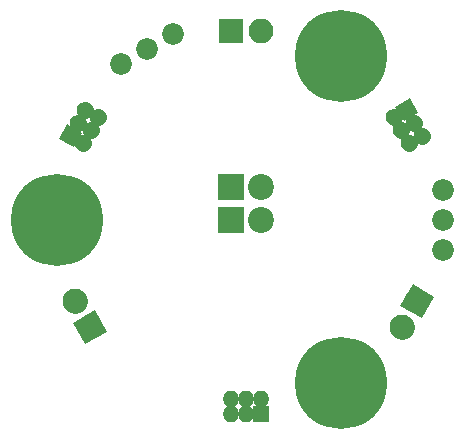
<source format=gts>
G04 #@! TF.GenerationSoftware,KiCad,Pcbnew,(5.0.0)*
G04 #@! TF.CreationDate,2019-02-03T16:55:31-08:00*
G04 #@! TF.ProjectId,mlab100_Conn_PCB_1.5,6D6C61623130305F436F6E6E5F504342,rev?*
G04 #@! TF.SameCoordinates,Original*
G04 #@! TF.FileFunction,Soldermask,Top*
G04 #@! TF.FilePolarity,Negative*
%FSLAX46Y46*%
G04 Gerber Fmt 4.6, Leading zero omitted, Abs format (unit mm)*
G04 Created by KiCad (PCBNEW (5.0.0)) date 02/03/19 16:55:31*
%MOMM*%
%LPD*%
G01*
G04 APERTURE LIST*
%ADD10C,1.400000*%
%ADD11C,1.400000*%
%ADD12C,0.100000*%
%ADD13C,1.840000*%
%ADD14C,2.200000*%
%ADD15R,2.200000X2.200000*%
%ADD16O,1.400000X1.400000*%
%ADD17R,1.400000X1.400000*%
%ADD18C,2.100000*%
%ADD19C,2.100000*%
%ADD20R,2.100000X2.100000*%
%ADD21O,2.100000X2.100000*%
%ADD22C,7.800000*%
G04 APERTURE END LIST*
D10*
G04 #@! TO.C,J10*
X33870148Y-14244705D03*
D11*
X33870148Y-14244705D02*
X33870148Y-14244705D01*
D10*
X34970000Y-13609705D03*
D11*
X34970000Y-13609705D02*
X34970000Y-13609705D01*
D10*
X33235148Y-13144852D03*
D11*
X33235148Y-13144852D02*
X33235148Y-13144852D01*
D10*
X34335000Y-12509852D03*
D11*
X34335000Y-12509852D02*
X34335000Y-12509852D01*
D10*
X32600148Y-12045000D03*
D11*
X32600148Y-12045000D02*
X32600148Y-12045000D01*
D10*
X33700000Y-11410000D03*
D12*
G36*
X33956218Y-10453782D02*
X34656218Y-11666218D01*
X33443782Y-12366218D01*
X32743782Y-11153782D01*
X33956218Y-10453782D01*
X33956218Y-10453782D01*
G37*
G04 #@! TD*
D13*
G04 #@! TO.C,RV1*
X36780000Y-23270000D03*
X36780000Y-20730000D03*
X36780000Y-18190000D03*
G04 #@! TD*
G04 #@! TO.C,RV2*
X9510000Y-7560000D03*
X11709705Y-6290000D03*
X13909409Y-5020000D03*
G04 #@! TD*
D14*
G04 #@! TO.C,D13*
X21370000Y-20730000D03*
D15*
X18830000Y-20730000D03*
G04 #@! TD*
D14*
G04 #@! TO.C,D14*
X21370000Y-17936000D03*
D15*
X18830000Y-17936000D03*
G04 #@! TD*
D16*
G04 #@! TO.C,J8*
X18830000Y-35890000D03*
X18830000Y-37160000D03*
X20100000Y-35890000D03*
X20100000Y-37160000D03*
X21370000Y-35890000D03*
D17*
X21370000Y-37160000D03*
G04 #@! TD*
D10*
G04 #@! TO.C,J9*
X5230000Y-13610000D03*
D12*
G36*
X4273782Y-13866218D02*
X4973782Y-12653782D01*
X6186218Y-13353782D01*
X5486218Y-14566218D01*
X4273782Y-13866218D01*
X4273782Y-13866218D01*
G37*
D10*
X6329852Y-14245000D03*
D11*
X6329852Y-14245000D02*
X6329852Y-14245000D01*
D10*
X5865000Y-12510148D03*
D11*
X5865000Y-12510148D02*
X5865000Y-12510148D01*
D10*
X6964852Y-13145148D03*
D11*
X6964852Y-13145148D02*
X6964852Y-13145148D01*
D10*
X6500000Y-11410295D03*
D11*
X6500000Y-11410295D02*
X6500000Y-11410295D01*
D10*
X7599852Y-12045295D03*
D11*
X7599852Y-12045295D02*
X7599852Y-12045295D01*
G04 #@! TD*
D18*
G04 #@! TO.C,J11*
X5610000Y-27630295D03*
D19*
X5610000Y-27630295D02*
X5610000Y-27630295D01*
D18*
X6880000Y-29830000D03*
D12*
G36*
X7264327Y-28395673D02*
X8314327Y-30214327D01*
X6495673Y-31264327D01*
X5445673Y-29445673D01*
X7264327Y-28395673D01*
X7264327Y-28395673D01*
G37*
G04 #@! TD*
D18*
G04 #@! TO.C,J12*
X33320000Y-29829705D03*
D19*
X33320000Y-29829705D02*
X33320000Y-29829705D01*
D18*
X34590000Y-27630000D03*
D12*
G36*
X33155673Y-28014327D02*
X34205673Y-26195673D01*
X36024327Y-27245673D01*
X34974327Y-29064327D01*
X33155673Y-28014327D01*
X33155673Y-28014327D01*
G37*
G04 #@! TD*
D20*
G04 #@! TO.C,J13*
X18830000Y-4730000D03*
D21*
X21370000Y-4730000D03*
G04 #@! TD*
D22*
G04 #@! TO.C,MH8*
X28100000Y-34590000D03*
G04 #@! TD*
G04 #@! TO.C,MH9*
X4100000Y-20730000D03*
G04 #@! TD*
G04 #@! TO.C,MH10*
X28100000Y-6870000D03*
G04 #@! TD*
M02*

</source>
